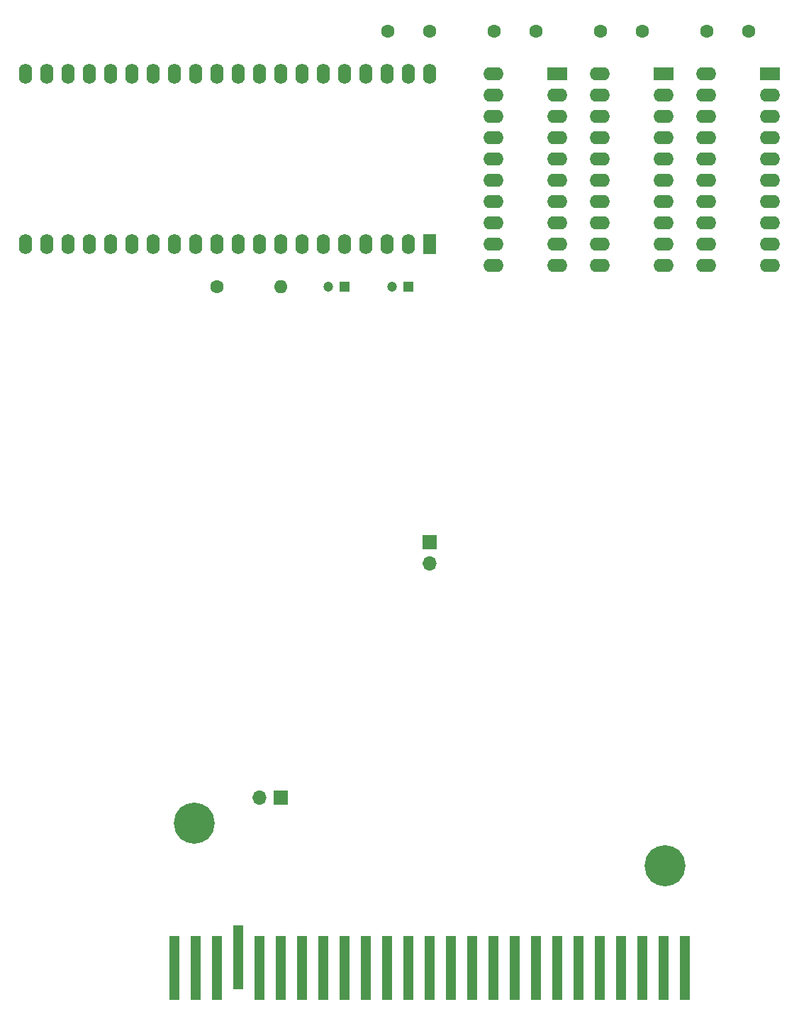
<source format=gts>
G04 #@! TF.GenerationSoftware,KiCad,Pcbnew,(6.0.9)*
G04 #@! TF.CreationDate,2024-04-26T19:01:12+02:00*
G04 #@! TF.ProjectId,Cartucho_MSX_LCD_Tang_Nano_20k,43617274-7563-4686-9f5f-4d53585f4c43,rev?*
G04 #@! TF.SameCoordinates,Original*
G04 #@! TF.FileFunction,Soldermask,Top*
G04 #@! TF.FilePolarity,Negative*
%FSLAX46Y46*%
G04 Gerber Fmt 4.6, Leading zero omitted, Abs format (unit mm)*
G04 Created by KiCad (PCBNEW (6.0.9)) date 2024-04-26 19:01:12*
%MOMM*%
%LPD*%
G01*
G04 APERTURE LIST*
%ADD10C,4.900000*%
%ADD11R,1.270000X7.620000*%
%ADD12C,1.600000*%
%ADD13O,1.600000X1.600000*%
%ADD14R,2.400000X1.600000*%
%ADD15O,2.400000X1.600000*%
%ADD16R,1.200000X1.200000*%
%ADD17C,1.200000*%
%ADD18R,1.700000X1.700000*%
%ADD19O,1.700000X1.700000*%
%ADD20R,1.600000X2.400000*%
%ADD21O,1.600000X2.400000*%
G04 APERTURE END LIST*
D10*
X139860000Y-145345000D03*
X83660000Y-140245000D03*
D11*
X142240000Y-157480000D03*
X139700000Y-157480000D03*
X137160000Y-157480000D03*
X134620000Y-157480000D03*
X132080000Y-157480000D03*
X129540000Y-157480000D03*
X127000000Y-157480000D03*
X124460000Y-157480000D03*
X121920000Y-157480000D03*
X119380000Y-157480000D03*
X116840000Y-157480000D03*
X114300000Y-157480000D03*
X111760000Y-157480000D03*
X109220000Y-157480000D03*
X106680000Y-157480000D03*
X104140000Y-157480000D03*
X101600000Y-157480000D03*
X99060000Y-157480000D03*
X96520000Y-157480000D03*
X93980000Y-157480000D03*
X91440000Y-157480000D03*
X88900000Y-156210000D03*
X86360000Y-157480000D03*
X83820000Y-157480000D03*
X81280000Y-157480000D03*
D12*
X124460000Y-45720000D03*
X119460000Y-45720000D03*
X86360000Y-76200000D03*
D13*
X93980000Y-76200000D03*
D14*
X127000000Y-50800000D03*
D15*
X127000000Y-53340000D03*
X127000000Y-55880000D03*
X127000000Y-58420000D03*
X127000000Y-60960000D03*
X127000000Y-63500000D03*
X127000000Y-66040000D03*
X127000000Y-68580000D03*
X127000000Y-71120000D03*
X127000000Y-73660000D03*
X119380000Y-73660000D03*
X119380000Y-71120000D03*
X119380000Y-68580000D03*
X119380000Y-66040000D03*
X119380000Y-63500000D03*
X119380000Y-60960000D03*
X119380000Y-58420000D03*
X119380000Y-55880000D03*
X119380000Y-53340000D03*
X119380000Y-50800000D03*
D16*
X101600000Y-76200000D03*
D17*
X99600000Y-76200000D03*
D16*
X109220000Y-76200000D03*
D17*
X107220000Y-76200000D03*
D12*
X111760000Y-45720000D03*
X106760000Y-45720000D03*
X149860000Y-45720000D03*
X144860000Y-45720000D03*
D14*
X152400000Y-50800000D03*
D15*
X152400000Y-53340000D03*
X152400000Y-55880000D03*
X152400000Y-58420000D03*
X152400000Y-60960000D03*
X152400000Y-63500000D03*
X152400000Y-66040000D03*
X152400000Y-68580000D03*
X152400000Y-71120000D03*
X152400000Y-73660000D03*
X144780000Y-73660000D03*
X144780000Y-71120000D03*
X144780000Y-68580000D03*
X144780000Y-66040000D03*
X144780000Y-63500000D03*
X144780000Y-60960000D03*
X144780000Y-58420000D03*
X144780000Y-55880000D03*
X144780000Y-53340000D03*
X144780000Y-50800000D03*
D18*
X93980000Y-137160000D03*
D19*
X91440000Y-137160000D03*
D14*
X139700000Y-50800000D03*
D15*
X139700000Y-53340000D03*
X139700000Y-55880000D03*
X139700000Y-58420000D03*
X139700000Y-60960000D03*
X139700000Y-63500000D03*
X139700000Y-66040000D03*
X139700000Y-68580000D03*
X139700000Y-71120000D03*
X139700000Y-73660000D03*
X132080000Y-73660000D03*
X132080000Y-71120000D03*
X132080000Y-68580000D03*
X132080000Y-66040000D03*
X132080000Y-63500000D03*
X132080000Y-60960000D03*
X132080000Y-58420000D03*
X132080000Y-55880000D03*
X132080000Y-53340000D03*
X132080000Y-50800000D03*
D20*
X111760000Y-71120000D03*
D21*
X109220000Y-71120000D03*
X106680000Y-71120000D03*
X104140000Y-71120000D03*
X101600000Y-71120000D03*
X99060000Y-71120000D03*
X96520000Y-71120000D03*
X93980000Y-71120000D03*
X91440000Y-71120000D03*
X88900000Y-71120000D03*
X86360000Y-71120000D03*
X83820000Y-71120000D03*
X81280000Y-71120000D03*
X78740000Y-71120000D03*
X76200000Y-71120000D03*
X73660000Y-71120000D03*
X71120000Y-71120000D03*
X68580000Y-71120000D03*
X66040000Y-71120000D03*
X63500000Y-71120000D03*
X63500000Y-50800000D03*
X66040000Y-50800000D03*
X68580000Y-50800000D03*
X71120000Y-50800000D03*
X73660000Y-50800000D03*
X76200000Y-50800000D03*
X78740000Y-50800000D03*
X81280000Y-50800000D03*
X83820000Y-50800000D03*
X86360000Y-50800000D03*
X88900000Y-50800000D03*
X91440000Y-50800000D03*
X93980000Y-50800000D03*
X96520000Y-50800000D03*
X99060000Y-50800000D03*
X101600000Y-50800000D03*
X104140000Y-50800000D03*
X106680000Y-50800000D03*
X109220000Y-50800000D03*
X111760000Y-50800000D03*
D12*
X137160000Y-45720000D03*
X132160000Y-45720000D03*
D18*
X111760000Y-106680000D03*
D19*
X111760000Y-109220000D03*
M02*

</source>
